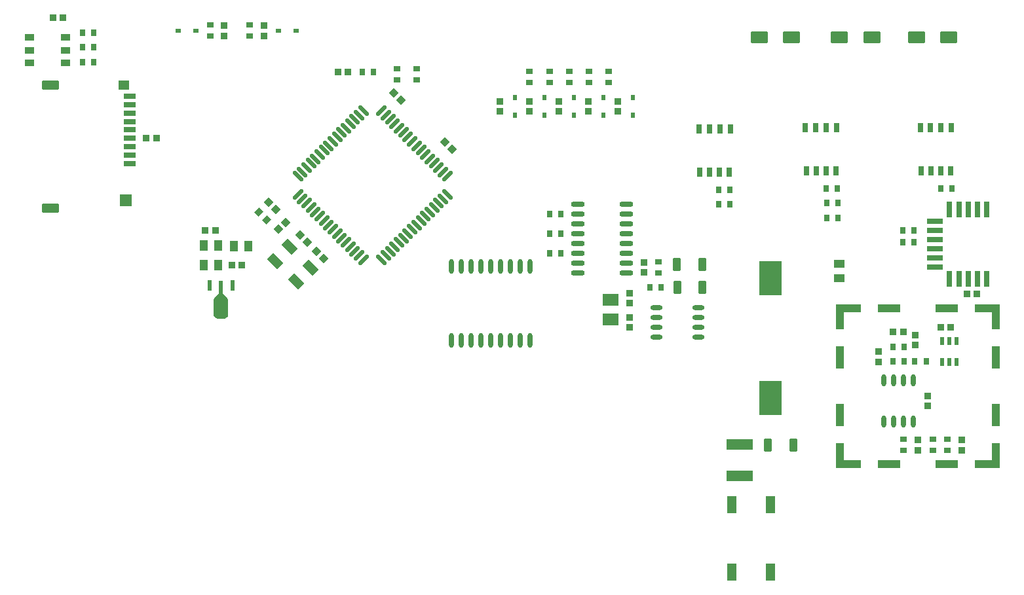
<source format=gtp>
G04*
G04 #@! TF.GenerationSoftware,Altium Limited,Altium Designer,20.0.13 (296)*
G04*
G04 Layer_Color=8421504*
%FSAX24Y24*%
%MOIN*%
G70*
G01*
G75*
%ADD23R,0.0256X0.0472*%
%ADD24O,0.0709X0.0276*%
%ADD25R,0.0295X0.0354*%
%ADD26R,0.0354X0.0295*%
%ADD27R,0.0374X0.0335*%
%ADD28R,0.0335X0.0374*%
G04:AMPARAMS|DCode=29|XSize=86.6mil|YSize=59.1mil|CornerRadius=7.4mil|HoleSize=0mil|Usage=FLASHONLY|Rotation=0.000|XOffset=0mil|YOffset=0mil|HoleType=Round|Shape=RoundedRectangle|*
%AMROUNDEDRECTD29*
21,1,0.0866,0.0443,0,0,0.0*
21,1,0.0719,0.0591,0,0,0.0*
1,1,0.0148,0.0359,-0.0221*
1,1,0.0148,-0.0359,-0.0221*
1,1,0.0148,-0.0359,0.0221*
1,1,0.0148,0.0359,0.0221*
%
%ADD29ROUNDEDRECTD29*%
%ADD30R,0.0295X0.0236*%
G04:AMPARAMS|DCode=31|XSize=47.2mil|YSize=55.1mil|CornerRadius=2.4mil|HoleSize=0mil|Usage=FLASHONLY|Rotation=270.000|XOffset=0mil|YOffset=0mil|HoleType=Round|Shape=RoundedRectangle|*
%AMROUNDEDRECTD31*
21,1,0.0472,0.0504,0,0,270.0*
21,1,0.0425,0.0551,0,0,270.0*
1,1,0.0047,-0.0252,-0.0213*
1,1,0.0047,-0.0252,0.0213*
1,1,0.0047,0.0252,0.0213*
1,1,0.0047,0.0252,-0.0213*
%
%ADD31ROUNDEDRECTD31*%
G04:AMPARAMS|DCode=32|XSize=27.6mil|YSize=63mil|CornerRadius=1.4mil|HoleSize=0mil|Usage=FLASHONLY|Rotation=270.000|XOffset=0mil|YOffset=0mil|HoleType=Round|Shape=RoundedRectangle|*
%AMROUNDEDRECTD32*
21,1,0.0276,0.0602,0,0,270.0*
21,1,0.0248,0.0630,0,0,270.0*
1,1,0.0028,-0.0301,-0.0124*
1,1,0.0028,-0.0301,0.0124*
1,1,0.0028,0.0301,0.0124*
1,1,0.0028,0.0301,-0.0124*
%
%ADD32ROUNDEDRECTD32*%
G04:AMPARAMS|DCode=33|XSize=47.2mil|YSize=86.6mil|CornerRadius=2.4mil|HoleSize=0mil|Usage=FLASHONLY|Rotation=270.000|XOffset=0mil|YOffset=0mil|HoleType=Round|Shape=RoundedRectangle|*
%AMROUNDEDRECTD33*
21,1,0.0472,0.0819,0,0,270.0*
21,1,0.0425,0.0866,0,0,270.0*
1,1,0.0047,-0.0409,-0.0213*
1,1,0.0047,-0.0409,0.0213*
1,1,0.0047,0.0409,0.0213*
1,1,0.0047,0.0409,-0.0213*
%
%ADD33ROUNDEDRECTD33*%
G04:AMPARAMS|DCode=34|XSize=63mil|YSize=59.1mil|CornerRadius=3mil|HoleSize=0mil|Usage=FLASHONLY|Rotation=270.000|XOffset=0mil|YOffset=0mil|HoleType=Round|Shape=RoundedRectangle|*
%AMROUNDEDRECTD34*
21,1,0.0630,0.0531,0,0,270.0*
21,1,0.0571,0.0591,0,0,270.0*
1,1,0.0059,-0.0266,-0.0285*
1,1,0.0059,-0.0266,0.0285*
1,1,0.0059,0.0266,0.0285*
1,1,0.0059,0.0266,-0.0285*
%
%ADD34ROUNDEDRECTD34*%
G04:AMPARAMS|DCode=35|XSize=65mil|YSize=43.3mil|CornerRadius=5.4mil|HoleSize=0mil|Usage=FLASHONLY|Rotation=270.000|XOffset=0mil|YOffset=0mil|HoleType=Round|Shape=RoundedRectangle|*
%AMROUNDEDRECTD35*
21,1,0.0650,0.0325,0,0,270.0*
21,1,0.0541,0.0433,0,0,270.0*
1,1,0.0108,-0.0162,-0.0271*
1,1,0.0108,-0.0162,0.0271*
1,1,0.0108,0.0162,0.0271*
1,1,0.0108,0.0162,-0.0271*
%
%ADD35ROUNDEDRECTD35*%
%ADD36O,0.0630X0.0236*%
G04:AMPARAMS|DCode=37|XSize=37.4mil|YSize=33.5mil|CornerRadius=0mil|HoleSize=0mil|Usage=FLASHONLY|Rotation=225.000|XOffset=0mil|YOffset=0mil|HoleType=Round|Shape=Rectangle|*
%AMROTATEDRECTD37*
4,1,4,0.0014,0.0251,0.0251,0.0014,-0.0014,-0.0251,-0.0251,-0.0014,0.0014,0.0251,0.0*
%
%ADD37ROTATEDRECTD37*%

%ADD38R,0.0433X0.0531*%
%ADD39R,0.0236X0.0551*%
%ADD40R,0.0236X0.0709*%
G04:AMPARAMS|DCode=41|XSize=37.4mil|YSize=33.5mil|CornerRadius=0mil|HoleSize=0mil|Usage=FLASHONLY|Rotation=135.000|XOffset=0mil|YOffset=0mil|HoleType=Round|Shape=Rectangle|*
%AMROTATEDRECTD41*
4,1,4,0.0251,-0.0014,0.0014,-0.0251,-0.0251,0.0014,-0.0014,0.0251,0.0251,-0.0014,0.0*
%
%ADD41ROTATEDRECTD41*%

G04:AMPARAMS|DCode=42|XSize=21.7mil|YSize=68.9mil|CornerRadius=0mil|HoleSize=0mil|Usage=FLASHONLY|Rotation=315.000|XOffset=0mil|YOffset=0mil|HoleType=Round|Shape=Round|*
%AMOVALD42*
21,1,0.0472,0.0217,0.0000,0.0000,45.0*
1,1,0.0217,-0.0167,-0.0167*
1,1,0.0217,0.0167,0.0167*
%
%ADD42OVALD42*%

G04:AMPARAMS|DCode=43|XSize=21.7mil|YSize=68.9mil|CornerRadius=0mil|HoleSize=0mil|Usage=FLASHONLY|Rotation=45.000|XOffset=0mil|YOffset=0mil|HoleType=Round|Shape=Round|*
%AMOVALD43*
21,1,0.0472,0.0217,0.0000,0.0000,135.0*
1,1,0.0217,0.0167,-0.0167*
1,1,0.0217,-0.0167,0.0167*
%
%ADD43OVALD43*%

G04:AMPARAMS|DCode=44|XSize=74.8mil|YSize=43.3mil|CornerRadius=0mil|HoleSize=0mil|Usage=FLASHONLY|Rotation=315.000|XOffset=0mil|YOffset=0mil|HoleType=Round|Shape=Rectangle|*
%AMROTATEDRECTD44*
4,1,4,-0.0418,0.0111,-0.0111,0.0418,0.0418,-0.0111,0.0111,-0.0418,-0.0418,0.0111,0.0*
%
%ADD44ROTATEDRECTD44*%

G04:AMPARAMS|DCode=45|XSize=35.4mil|YSize=29.5mil|CornerRadius=0mil|HoleSize=0mil|Usage=FLASHONLY|Rotation=225.000|XOffset=0mil|YOffset=0mil|HoleType=Round|Shape=Rectangle|*
%AMROTATEDRECTD45*
4,1,4,0.0021,0.0230,0.0230,0.0021,-0.0021,-0.0230,-0.0230,-0.0021,0.0021,0.0230,0.0*
%
%ADD45ROTATEDRECTD45*%

%ADD46R,0.0236X0.0295*%
%ADD47R,0.0394X0.1142*%
%ADD48R,0.0394X0.1299*%
%ADD49R,0.1142X0.0394*%
%ADD50R,0.1299X0.0394*%
%ADD51R,0.0236X0.0394*%
%ADD52O,0.0236X0.0630*%
%ADD53R,0.0472X0.0886*%
%ADD54R,0.1339X0.0531*%
%ADD55R,0.0276X0.0787*%
%ADD56R,0.0787X0.0276*%
%ADD57R,0.0787X0.0591*%
%ADD58R,0.1181X0.1772*%
%ADD59O,0.0236X0.0748*%
%ADD60R,0.0512X0.0354*%
%ADD61R,0.0531X0.0433*%
G36*
X011116Y014982D02*
X011127Y014971D01*
X011145Y014944D01*
X011157Y014915D01*
X011163Y014883D01*
X011163Y014867D01*
X011163Y014867D01*
X011163Y014187D01*
X011163Y014161D01*
X011154Y014112D01*
X011134Y014065D01*
X011106Y014023D01*
X011071Y013988D01*
X011029Y013960D01*
X010982Y013941D01*
X010933Y013931D01*
X010907Y013931D01*
X010907Y013931D01*
X010671Y013931D01*
X010646Y013931D01*
X010597Y013941D01*
X010550Y013960D01*
X010508Y013988D01*
X010472Y014023D01*
X010444Y014065D01*
X010425Y014112D01*
X010415Y014161D01*
X010415Y014187D01*
Y014187D01*
X010415Y014867D01*
X010415Y014883D01*
X010422Y014915D01*
X010434Y014944D01*
X010452Y014971D01*
X010463Y014982D01*
Y014982D01*
X010671Y015191D01*
X010907D01*
X011116Y014982D01*
D02*
G37*
D23*
X046406Y021456D02*
D03*
X046906D02*
D03*
X047406D02*
D03*
X047906D02*
D03*
X047946Y023668D02*
D03*
X047416D02*
D03*
X046896D02*
D03*
X046366D02*
D03*
X035122Y023600D02*
D03*
X035652D02*
D03*
X036172D02*
D03*
X036702D02*
D03*
X036662Y021388D02*
D03*
X036162D02*
D03*
X035662D02*
D03*
X035162D02*
D03*
X040527Y023668D02*
D03*
X041057D02*
D03*
X041577D02*
D03*
X042107D02*
D03*
X042067Y021456D02*
D03*
X041567D02*
D03*
X041067D02*
D03*
X040567D02*
D03*
D24*
X031424Y016264D02*
D03*
Y016764D02*
D03*
Y017264D02*
D03*
Y017764D02*
D03*
Y018264D02*
D03*
Y018764D02*
D03*
Y019264D02*
D03*
Y019764D02*
D03*
X028944Y016264D02*
D03*
Y016764D02*
D03*
Y017264D02*
D03*
Y017764D02*
D03*
Y018264D02*
D03*
Y018764D02*
D03*
Y019264D02*
D03*
Y019764D02*
D03*
D25*
X028085Y019264D02*
D03*
X027514D02*
D03*
X028085Y018264D02*
D03*
X027514D02*
D03*
X028085Y017264D02*
D03*
X027514D02*
D03*
X045492Y018437D02*
D03*
X046063D02*
D03*
X045492Y017827D02*
D03*
X046063D02*
D03*
X047417Y020560D02*
D03*
X047988D02*
D03*
X032611Y015542D02*
D03*
X033182D02*
D03*
X003759Y027000D02*
D03*
X004330D02*
D03*
X003759Y027750D02*
D03*
X004330D02*
D03*
X003759Y028500D02*
D03*
X004330D02*
D03*
X017965Y026500D02*
D03*
X018535D02*
D03*
X036116Y020500D02*
D03*
X036687D02*
D03*
Y019760D02*
D03*
X036116D02*
D03*
X041581Y020568D02*
D03*
X042152D02*
D03*
X042168Y019828D02*
D03*
X041597D02*
D03*
X042168Y019068D02*
D03*
X041597D02*
D03*
X045535Y012500D02*
D03*
X044965D02*
D03*
X045535Y011750D02*
D03*
X044965D02*
D03*
X046667D02*
D03*
X046096D02*
D03*
D26*
X033034Y016264D02*
D03*
Y016835D02*
D03*
X012250Y028314D02*
D03*
Y028885D02*
D03*
X010251Y028314D02*
D03*
Y028885D02*
D03*
X019750Y026102D02*
D03*
Y026673D02*
D03*
X020741Y026102D02*
D03*
Y026673D02*
D03*
X030500Y026535D02*
D03*
Y025965D02*
D03*
X029500Y026535D02*
D03*
Y025965D02*
D03*
X028500Y026535D02*
D03*
Y025965D02*
D03*
X027500Y026535D02*
D03*
Y025965D02*
D03*
X026487Y026535D02*
D03*
Y025965D02*
D03*
X045500Y007785D02*
D03*
Y007215D02*
D03*
X047000Y007785D02*
D03*
Y007215D02*
D03*
X047750D02*
D03*
Y007785D02*
D03*
D27*
X032306Y016299D02*
D03*
Y016811D02*
D03*
X046750Y009494D02*
D03*
Y010006D02*
D03*
X048470Y007244D02*
D03*
Y007756D02*
D03*
X012986Y028855D02*
D03*
Y028343D02*
D03*
X010957Y028855D02*
D03*
Y028343D02*
D03*
X031567Y015228D02*
D03*
Y014717D02*
D03*
Y013494D02*
D03*
Y014006D02*
D03*
X030993Y025006D02*
D03*
Y024494D02*
D03*
X029493Y025006D02*
D03*
Y024494D02*
D03*
X027993Y025006D02*
D03*
Y024494D02*
D03*
X026493Y025006D02*
D03*
Y024494D02*
D03*
X024993Y025006D02*
D03*
Y024494D02*
D03*
X046118Y013093D02*
D03*
Y012581D02*
D03*
X046250Y007756D02*
D03*
Y007244D02*
D03*
X044250Y011744D02*
D03*
Y012256D02*
D03*
D28*
X047418Y013500D02*
D03*
X047930D02*
D03*
X016750Y026500D02*
D03*
X017262D02*
D03*
X002244Y029250D02*
D03*
X002756D02*
D03*
X011351Y016647D02*
D03*
X011863D02*
D03*
X010506Y018415D02*
D03*
X009994D02*
D03*
X049256Y015197D02*
D03*
X048744D02*
D03*
X044994Y013250D02*
D03*
X045506D02*
D03*
X006994Y023115D02*
D03*
X007506D02*
D03*
D29*
X046173Y028250D02*
D03*
X047827D02*
D03*
X042248D02*
D03*
X043902D02*
D03*
X038167D02*
D03*
X039821D02*
D03*
D30*
X014602Y028599D02*
D03*
X013716D02*
D03*
X008624D02*
D03*
X009510D02*
D03*
D31*
X005854Y025835D02*
D03*
D32*
X006134Y025280D02*
D03*
Y024846D02*
D03*
Y024413D02*
D03*
Y023980D02*
D03*
Y023547D02*
D03*
Y023114D02*
D03*
Y022681D02*
D03*
Y022248D02*
D03*
Y021815D02*
D03*
D33*
X002114Y025815D02*
D03*
Y019555D02*
D03*
D34*
X005934Y019955D02*
D03*
D35*
X039900Y007500D02*
D03*
X038600D02*
D03*
X033997Y015542D02*
D03*
X035296D02*
D03*
X033988Y016683D02*
D03*
X035287D02*
D03*
D36*
X035071Y013000D02*
D03*
Y013500D02*
D03*
Y014000D02*
D03*
Y014500D02*
D03*
X032945Y013000D02*
D03*
Y013500D02*
D03*
Y014000D02*
D03*
Y014500D02*
D03*
D37*
X019931Y025069D02*
D03*
X019569Y025431D02*
D03*
X022184Y022931D02*
D03*
X022546Y022569D02*
D03*
X014819Y018181D02*
D03*
X015181Y017819D02*
D03*
X016000Y017000D02*
D03*
X015638Y017362D02*
D03*
X013229Y019850D02*
D03*
X013591Y019489D02*
D03*
D38*
X012168Y017643D02*
D03*
X011440D02*
D03*
X009925Y016665D02*
D03*
X010654D02*
D03*
X009925Y017665D02*
D03*
X010654D02*
D03*
D39*
X011380Y015624D02*
D03*
X010199D02*
D03*
D40*
X010789Y015545D02*
D03*
D41*
X013727Y018484D02*
D03*
X014089Y018846D02*
D03*
D42*
X018959Y024528D02*
D03*
X019182Y024305D02*
D03*
X019405Y024083D02*
D03*
X019627Y023860D02*
D03*
X019850Y023637D02*
D03*
X020073Y023414D02*
D03*
X020296Y023192D02*
D03*
X020518Y022969D02*
D03*
X020741Y022746D02*
D03*
X020964Y022524D02*
D03*
X021186Y022301D02*
D03*
X021409Y022078D02*
D03*
X021632Y021855D02*
D03*
X021855Y021633D02*
D03*
X022077Y021410D02*
D03*
X022300Y021187D02*
D03*
X018041Y016928D02*
D03*
X017818Y017151D02*
D03*
X017595Y017373D02*
D03*
X017373Y017596D02*
D03*
X017150Y017819D02*
D03*
X016927Y018041D02*
D03*
X016704Y018264D02*
D03*
X016482Y018487D02*
D03*
X016259Y018710D02*
D03*
X016036Y018932D02*
D03*
X015814Y019155D02*
D03*
X015591Y019378D02*
D03*
X015368Y019600D02*
D03*
X015145Y019823D02*
D03*
X014923Y020046D02*
D03*
X014700Y020269D02*
D03*
D43*
X022300D02*
D03*
X022077Y020046D02*
D03*
X021855Y019823D02*
D03*
X021632Y019600D02*
D03*
X021409Y019378D02*
D03*
X021186Y019155D02*
D03*
X020964Y018932D02*
D03*
X020741Y018710D02*
D03*
X020518Y018487D02*
D03*
X020296Y018264D02*
D03*
X020073Y018041D02*
D03*
X019850Y017819D02*
D03*
X019627Y017596D02*
D03*
X019405Y017373D02*
D03*
X019182Y017151D02*
D03*
X018959Y016928D02*
D03*
X014700Y021187D02*
D03*
X014923Y021410D02*
D03*
X015145Y021633D02*
D03*
X015368Y021855D02*
D03*
X015591Y022078D02*
D03*
X015814Y022301D02*
D03*
X016036Y022524D02*
D03*
X016259Y022746D02*
D03*
X016482Y022969D02*
D03*
X016704Y023192D02*
D03*
X016927Y023414D02*
D03*
X017150Y023637D02*
D03*
X017373Y023860D02*
D03*
X017595Y024083D02*
D03*
X017818Y024305D02*
D03*
X018041Y024528D02*
D03*
D44*
X013563Y016876D02*
D03*
X015331Y016522D02*
D03*
X014624Y015815D02*
D03*
X014270Y017583D02*
D03*
D45*
X012708Y019371D02*
D03*
X013112Y018968D02*
D03*
D46*
X027243Y025193D02*
D03*
Y024307D02*
D03*
X028743Y025193D02*
D03*
Y024307D02*
D03*
X030243Y025193D02*
D03*
Y024307D02*
D03*
X031750Y025193D02*
D03*
Y024307D02*
D03*
X025743Y025193D02*
D03*
Y024307D02*
D03*
D47*
X050226Y011976D02*
D03*
Y009024D02*
D03*
X042274D02*
D03*
Y011976D02*
D03*
D48*
X050226Y014024D02*
D03*
Y006976D02*
D03*
X042274D02*
D03*
Y014024D02*
D03*
D49*
X047726Y006524D02*
D03*
X044774D02*
D03*
X047726Y014476D02*
D03*
X044774D02*
D03*
D50*
X049774Y006524D02*
D03*
X042726D02*
D03*
X049774Y014476D02*
D03*
X042726D02*
D03*
D51*
X047476Y012797D02*
D03*
X047850D02*
D03*
X048224D02*
D03*
Y011715D02*
D03*
X047850D02*
D03*
X047476D02*
D03*
D52*
X046000Y010813D02*
D03*
X045500D02*
D03*
X045000D02*
D03*
X044500D02*
D03*
X046000Y008687D02*
D03*
X045500D02*
D03*
X045000D02*
D03*
X044500D02*
D03*
D53*
X038734Y004472D02*
D03*
X036766D02*
D03*
Y001028D02*
D03*
X038734D02*
D03*
D54*
X037182Y005923D02*
D03*
Y007518D02*
D03*
D55*
X048333Y019500D02*
D03*
X047860D02*
D03*
X048805D02*
D03*
X049278D02*
D03*
X049750D02*
D03*
X049278Y015957D02*
D03*
X048805D02*
D03*
X048333D02*
D03*
X047860D02*
D03*
X049750D02*
D03*
D56*
X047112Y018437D02*
D03*
Y018909D02*
D03*
Y017492D02*
D03*
Y017965D02*
D03*
Y017020D02*
D03*
Y016547D02*
D03*
D57*
X030610Y013908D02*
D03*
Y014908D02*
D03*
D58*
X038750Y009890D02*
D03*
Y015992D02*
D03*
D59*
X022500Y012846D02*
D03*
X023000D02*
D03*
X023500D02*
D03*
X024000D02*
D03*
X024500D02*
D03*
X025000D02*
D03*
X025500D02*
D03*
X026000D02*
D03*
X026500D02*
D03*
X022500Y016587D02*
D03*
X023000D02*
D03*
X023500D02*
D03*
X024000D02*
D03*
X024500D02*
D03*
X025000D02*
D03*
X025500D02*
D03*
X026000D02*
D03*
X026500D02*
D03*
D60*
X001044Y026951D02*
D03*
Y027600D02*
D03*
Y028250D02*
D03*
X002895D02*
D03*
Y027600D02*
D03*
Y026951D02*
D03*
D61*
X042250Y016715D02*
D03*
Y015986D02*
D03*
M02*

</source>
